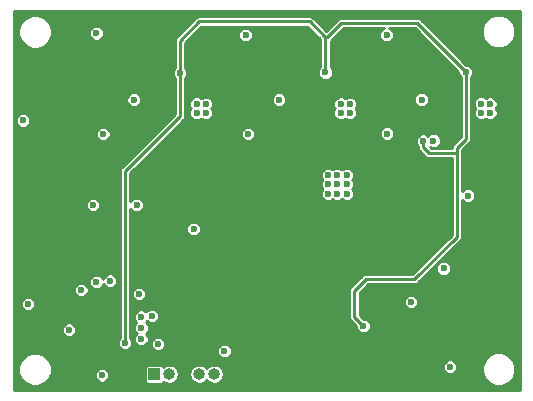
<source format=gbr>
G04 #@! TF.GenerationSoftware,KiCad,Pcbnew,(5.0.1)-4*
G04 #@! TF.CreationDate,2019-03-16T12:44:05-04:00*
G04 #@! TF.ProjectId,Wii reg,576969207265672E6B696361645F7063,rev?*
G04 #@! TF.SameCoordinates,Original*
G04 #@! TF.FileFunction,Copper,L3,Inr,Signal*
G04 #@! TF.FilePolarity,Positive*
%FSLAX46Y46*%
G04 Gerber Fmt 4.6, Leading zero omitted, Abs format (unit mm)*
G04 Created by KiCad (PCBNEW (5.0.1)-4) date 3/16/2019 12:44:05 PM*
%MOMM*%
%LPD*%
G01*
G04 APERTURE LIST*
G04 #@! TA.AperFunction,ViaPad*
%ADD10R,1.000000X1.000000*%
G04 #@! TD*
G04 #@! TA.AperFunction,ViaPad*
%ADD11O,1.000000X1.000000*%
G04 #@! TD*
G04 #@! TA.AperFunction,ViaPad*
%ADD12C,0.600000*%
G04 #@! TD*
G04 #@! TA.AperFunction,Conductor*
%ADD13C,0.250000*%
G04 #@! TD*
G04 #@! TA.AperFunction,Conductor*
%ADD14C,0.230000*%
G04 #@! TD*
G04 APERTURE END LIST*
D10*
G04 #@! TO.N,MCLR*
G04 #@! TO.C,J25*
X200250000Y-115660000D03*
D11*
G04 #@! TO.N,VSYS*
X201520000Y-115660000D03*
G04 #@! TO.N,GND*
X202790000Y-115660000D03*
G04 #@! TO.N,Net-(J25-Pad4)*
X204060000Y-115660000D03*
G04 #@! TO.N,Net-(J25-Pad5)*
X205330000Y-115660000D03*
G04 #@! TD*
D12*
G04 #@! TO.N,GND*
G04 #@! TO.C,U1*
X201030000Y-92160000D03*
X200530000Y-91660000D03*
X201530000Y-91660000D03*
X201530000Y-92660000D03*
X200530000Y-92660000D03*
G04 #@! TD*
G04 #@! TO.N,GND*
G04 #@! TO.C,U2*
X219570000Y-109790000D03*
X220070000Y-110290000D03*
X219070000Y-110290000D03*
X219070000Y-109290000D03*
X220070000Y-109290000D03*
G04 #@! TD*
G04 #@! TO.N,GND*
G04 #@! TO.C,U3*
X223150000Y-99040000D03*
X224650000Y-99040000D03*
X223150000Y-98040000D03*
X224650000Y-98040000D03*
X223900000Y-98540000D03*
G04 #@! TD*
G04 #@! TO.N,GND*
G04 #@! TO.C,U4*
X225290000Y-92150000D03*
X224790000Y-91650000D03*
X225790000Y-91650000D03*
X225790000Y-92650000D03*
X224790000Y-92650000D03*
G04 #@! TD*
G04 #@! TO.N,GND*
G04 #@! TO.C,U5*
X213380000Y-92160000D03*
X212880000Y-91660000D03*
X213880000Y-91660000D03*
X213880000Y-92660000D03*
X212880000Y-92660000D03*
G04 #@! TD*
G04 #@! TO.N,5v*
X223890000Y-95880000D03*
X226810000Y-100530000D03*
G04 #@! TO.N,GND*
X198140000Y-116570000D03*
X216360000Y-87780000D03*
X215550000Y-88580000D03*
X216360000Y-88580000D03*
X215560000Y-87780000D03*
X218230000Y-95720000D03*
X217430000Y-94920000D03*
X218230000Y-94920000D03*
X217430000Y-95720000D03*
X191640000Y-102080000D03*
X191640000Y-101290000D03*
X227700000Y-88390000D03*
X227700000Y-87590000D03*
X227940000Y-97420000D03*
X227940000Y-98220000D03*
X227150000Y-97420000D03*
X227140000Y-98220000D03*
X207020000Y-104730000D03*
X207020000Y-105530000D03*
X204100000Y-88560000D03*
X203300000Y-87770000D03*
X203300000Y-88560000D03*
X204100000Y-87760000D03*
X227250000Y-107080000D03*
X228040000Y-107890000D03*
X228040000Y-106310000D03*
X228040000Y-107100000D03*
X227250000Y-107890000D03*
X227250000Y-106280000D03*
X213360000Y-113680000D03*
X213360000Y-112890000D03*
X212560000Y-113680000D03*
X212560000Y-112890000D03*
X211760000Y-113680000D03*
X211760000Y-112880000D03*
X201600000Y-113140000D03*
X203390000Y-106390000D03*
X203390000Y-107690000D03*
X204690000Y-107690000D03*
X204690000Y-106390000D03*
X195255000Y-110235000D03*
X196605000Y-110235000D03*
X195255000Y-111585000D03*
X196605000Y-111585000D03*
X208210000Y-103920000D03*
X210200000Y-103920000D03*
X212180000Y-103920000D03*
X193430000Y-113570000D03*
X192900000Y-109935000D03*
X199590000Y-102240000D03*
G04 #@! TO.N,1v*
X195350000Y-86790000D03*
X195930000Y-95300000D03*
G04 #@! TO.N,3v3*
X225290000Y-115020000D03*
X224740000Y-106700000D03*
G04 #@! TO.N,VSYS*
X221990000Y-109540000D03*
X216550000Y-98780000D03*
X195830000Y-115750000D03*
X216550000Y-99580000D03*
X215750000Y-98780000D03*
X214950000Y-98780000D03*
X216550000Y-100380000D03*
X215750000Y-99580000D03*
X214950000Y-99580000D03*
X215750000Y-100370000D03*
X227900000Y-93540000D03*
X228700000Y-92750000D03*
X228700000Y-93540000D03*
X227900000Y-92740000D03*
X222880000Y-92400000D03*
X210830000Y-92410000D03*
X198510000Y-92410000D03*
X216030000Y-93550000D03*
X216830000Y-92760000D03*
X216830000Y-93550000D03*
X216030000Y-92750000D03*
X203830000Y-93550000D03*
X204620000Y-92760000D03*
X204620000Y-93550000D03*
X203830000Y-92750000D03*
X200560000Y-113110000D03*
X193025000Y-111885000D03*
X214950000Y-100380000D03*
G04 #@! TO.N,1v8*
X219920000Y-86920000D03*
X219940000Y-95280000D03*
G04 #@! TO.N,1v15*
X207980000Y-86950000D03*
X208170000Y-95320000D03*
G04 #@! TO.N,REGN*
X203580000Y-103360000D03*
X206190000Y-113690000D03*
G04 #@! TO.N,SCL*
X200030000Y-110710000D03*
X198970000Y-108870000D03*
G04 #@! TO.N,Net-(J24-Pad1)*
X189550000Y-109720000D03*
X196490000Y-107740000D03*
G04 #@! TO.N,Net-(J25-Pad4)*
X194070000Y-108540000D03*
G04 #@! TO.N,Net-(J25-Pad5)*
X195350000Y-107830000D03*
G04 #@! TO.N,RED*
X199150000Y-112690000D03*
X189140000Y-94170000D03*
G04 #@! TO.N,GREEN*
X199160000Y-111730000D03*
X195080000Y-101320000D03*
G04 #@! TO.N,BLUE*
X199130000Y-110790000D03*
X198750000Y-101340000D03*
G04 #@! TO.N,EN*
X223000000Y-95890000D03*
X217960000Y-111580000D03*
X226620000Y-90050000D03*
X214740000Y-90110000D03*
X202410000Y-90160000D03*
X197790000Y-112990000D03*
G04 #@! TD*
D13*
G04 #@! TO.N,EN*
X223000000Y-95890000D02*
X223000000Y-96450000D01*
X223500000Y-96950000D02*
X225860000Y-96950000D01*
X223000000Y-96450000D02*
X223500000Y-96950000D01*
X226620000Y-90050000D02*
X226620000Y-95770000D01*
X217190000Y-110810000D02*
X217960000Y-111580000D01*
X217190000Y-108570000D02*
X217190000Y-110810000D01*
X218150000Y-107610000D02*
X217190000Y-108570000D01*
X222260000Y-107610000D02*
X218150000Y-107610000D01*
X225860000Y-104010000D02*
X222260000Y-107610000D01*
X225860000Y-96530000D02*
X225860000Y-96950000D01*
X225860000Y-96950000D02*
X225860000Y-104010000D01*
X226620000Y-95770000D02*
X225860000Y-96530000D01*
X214740000Y-87130000D02*
X214870000Y-87130000D01*
X222480000Y-85910000D02*
X226620000Y-90050000D01*
X216090000Y-85910000D02*
X222480000Y-85910000D01*
X214870000Y-87130000D02*
X216090000Y-85910000D01*
X202410000Y-90160000D02*
X202410000Y-87420000D01*
X214740000Y-87130000D02*
X214740000Y-90110000D01*
X213400000Y-85790000D02*
X214740000Y-87130000D01*
X204040000Y-85790000D02*
X213400000Y-85790000D01*
X202410000Y-87420000D02*
X204040000Y-85790000D01*
X197790000Y-112990000D02*
X197790000Y-98440000D01*
X202410000Y-93820000D02*
X202410000Y-90160000D01*
X197790000Y-98440000D02*
X202410000Y-93820000D01*
G04 #@! TD*
D14*
G04 #@! TO.N,GND*
G36*
X231180000Y-117000000D02*
X188380000Y-117000000D01*
X188380000Y-114958539D01*
X188735000Y-114958539D01*
X188735000Y-115521461D01*
X188950421Y-116041533D01*
X189348467Y-116439579D01*
X189868539Y-116655000D01*
X190431461Y-116655000D01*
X190951533Y-116439579D01*
X191349579Y-116041533D01*
X191521007Y-115627669D01*
X195215000Y-115627669D01*
X195215000Y-115872331D01*
X195308628Y-116098370D01*
X195481630Y-116271372D01*
X195707669Y-116365000D01*
X195952331Y-116365000D01*
X196178370Y-116271372D01*
X196351372Y-116098370D01*
X196445000Y-115872331D01*
X196445000Y-115627669D01*
X196351372Y-115401630D01*
X196178370Y-115228628D01*
X196012687Y-115160000D01*
X199428829Y-115160000D01*
X199428829Y-116160000D01*
X199453277Y-116282907D01*
X199522898Y-116387102D01*
X199627093Y-116456723D01*
X199750000Y-116481171D01*
X200750000Y-116481171D01*
X200872907Y-116456723D01*
X200977102Y-116387102D01*
X201027760Y-116311287D01*
X201202003Y-116427712D01*
X201439734Y-116475000D01*
X201600266Y-116475000D01*
X201837997Y-116427712D01*
X202107582Y-116247582D01*
X202287712Y-115977997D01*
X202350966Y-115660000D01*
X203229034Y-115660000D01*
X203292288Y-115977997D01*
X203472418Y-116247582D01*
X203742003Y-116427712D01*
X203979734Y-116475000D01*
X204140266Y-116475000D01*
X204377997Y-116427712D01*
X204647582Y-116247582D01*
X204695000Y-116176616D01*
X204742418Y-116247582D01*
X205012003Y-116427712D01*
X205249734Y-116475000D01*
X205410266Y-116475000D01*
X205647997Y-116427712D01*
X205917582Y-116247582D01*
X206097712Y-115977997D01*
X206160966Y-115660000D01*
X206097712Y-115342003D01*
X205917582Y-115072418D01*
X205656051Y-114897669D01*
X224675000Y-114897669D01*
X224675000Y-115142331D01*
X224768628Y-115368370D01*
X224941630Y-115541372D01*
X225167669Y-115635000D01*
X225412331Y-115635000D01*
X225638370Y-115541372D01*
X225811372Y-115368370D01*
X225905000Y-115142331D01*
X225905000Y-114938539D01*
X227995000Y-114938539D01*
X227995000Y-115501461D01*
X228210421Y-116021533D01*
X228608467Y-116419579D01*
X229128539Y-116635000D01*
X229691461Y-116635000D01*
X230211533Y-116419579D01*
X230609579Y-116021533D01*
X230825000Y-115501461D01*
X230825000Y-114938539D01*
X230609579Y-114418467D01*
X230211533Y-114020421D01*
X229691461Y-113805000D01*
X229128539Y-113805000D01*
X228608467Y-114020421D01*
X228210421Y-114418467D01*
X227995000Y-114938539D01*
X225905000Y-114938539D01*
X225905000Y-114897669D01*
X225811372Y-114671630D01*
X225638370Y-114498628D01*
X225412331Y-114405000D01*
X225167669Y-114405000D01*
X224941630Y-114498628D01*
X224768628Y-114671630D01*
X224675000Y-114897669D01*
X205656051Y-114897669D01*
X205647997Y-114892288D01*
X205410266Y-114845000D01*
X205249734Y-114845000D01*
X205012003Y-114892288D01*
X204742418Y-115072418D01*
X204695000Y-115143384D01*
X204647582Y-115072418D01*
X204377997Y-114892288D01*
X204140266Y-114845000D01*
X203979734Y-114845000D01*
X203742003Y-114892288D01*
X203472418Y-115072418D01*
X203292288Y-115342003D01*
X203229034Y-115660000D01*
X202350966Y-115660000D01*
X202287712Y-115342003D01*
X202107582Y-115072418D01*
X201837997Y-114892288D01*
X201600266Y-114845000D01*
X201439734Y-114845000D01*
X201202003Y-114892288D01*
X201027760Y-115008713D01*
X200977102Y-114932898D01*
X200872907Y-114863277D01*
X200750000Y-114838829D01*
X199750000Y-114838829D01*
X199627093Y-114863277D01*
X199522898Y-114932898D01*
X199453277Y-115037093D01*
X199428829Y-115160000D01*
X196012687Y-115160000D01*
X195952331Y-115135000D01*
X195707669Y-115135000D01*
X195481630Y-115228628D01*
X195308628Y-115401630D01*
X195215000Y-115627669D01*
X191521007Y-115627669D01*
X191565000Y-115521461D01*
X191565000Y-114958539D01*
X191349579Y-114438467D01*
X190951533Y-114040421D01*
X190431461Y-113825000D01*
X189868539Y-113825000D01*
X189348467Y-114040421D01*
X188950421Y-114438467D01*
X188735000Y-114958539D01*
X188380000Y-114958539D01*
X188380000Y-112867669D01*
X197175000Y-112867669D01*
X197175000Y-113112331D01*
X197268628Y-113338370D01*
X197441630Y-113511372D01*
X197667669Y-113605000D01*
X197912331Y-113605000D01*
X198138370Y-113511372D01*
X198311372Y-113338370D01*
X198405000Y-113112331D01*
X198405000Y-112867669D01*
X198311372Y-112641630D01*
X198230000Y-112560258D01*
X198230000Y-110667669D01*
X198515000Y-110667669D01*
X198515000Y-110912331D01*
X198608628Y-111138370D01*
X198745258Y-111275000D01*
X198638628Y-111381630D01*
X198545000Y-111607669D01*
X198545000Y-111852331D01*
X198638628Y-112078370D01*
X198765258Y-112205000D01*
X198628628Y-112341630D01*
X198535000Y-112567669D01*
X198535000Y-112812331D01*
X198628628Y-113038370D01*
X198801630Y-113211372D01*
X199027669Y-113305000D01*
X199272331Y-113305000D01*
X199498370Y-113211372D01*
X199671372Y-113038370D01*
X199692372Y-112987669D01*
X199945000Y-112987669D01*
X199945000Y-113232331D01*
X200038628Y-113458370D01*
X200211630Y-113631372D01*
X200437669Y-113725000D01*
X200682331Y-113725000D01*
X200908370Y-113631372D01*
X200972073Y-113567669D01*
X205575000Y-113567669D01*
X205575000Y-113812331D01*
X205668628Y-114038370D01*
X205841630Y-114211372D01*
X206067669Y-114305000D01*
X206312331Y-114305000D01*
X206538370Y-114211372D01*
X206711372Y-114038370D01*
X206805000Y-113812331D01*
X206805000Y-113567669D01*
X206711372Y-113341630D01*
X206538370Y-113168628D01*
X206312331Y-113075000D01*
X206067669Y-113075000D01*
X205841630Y-113168628D01*
X205668628Y-113341630D01*
X205575000Y-113567669D01*
X200972073Y-113567669D01*
X201081372Y-113458370D01*
X201175000Y-113232331D01*
X201175000Y-112987669D01*
X201081372Y-112761630D01*
X200908370Y-112588628D01*
X200682331Y-112495000D01*
X200437669Y-112495000D01*
X200211630Y-112588628D01*
X200038628Y-112761630D01*
X199945000Y-112987669D01*
X199692372Y-112987669D01*
X199765000Y-112812331D01*
X199765000Y-112567669D01*
X199671372Y-112341630D01*
X199544742Y-112215000D01*
X199681372Y-112078370D01*
X199775000Y-111852331D01*
X199775000Y-111607669D01*
X199681372Y-111381630D01*
X199544742Y-111245000D01*
X199620000Y-111169742D01*
X199681630Y-111231372D01*
X199907669Y-111325000D01*
X200152331Y-111325000D01*
X200378370Y-111231372D01*
X200551372Y-111058370D01*
X200645000Y-110832331D01*
X200645000Y-110587669D01*
X200551372Y-110361630D01*
X200378370Y-110188628D01*
X200152331Y-110095000D01*
X199907669Y-110095000D01*
X199681630Y-110188628D01*
X199540000Y-110330258D01*
X199478370Y-110268628D01*
X199252331Y-110175000D01*
X199007669Y-110175000D01*
X198781630Y-110268628D01*
X198608628Y-110441630D01*
X198515000Y-110667669D01*
X198230000Y-110667669D01*
X198230000Y-108747669D01*
X198355000Y-108747669D01*
X198355000Y-108992331D01*
X198448628Y-109218370D01*
X198621630Y-109391372D01*
X198847669Y-109485000D01*
X199092331Y-109485000D01*
X199318370Y-109391372D01*
X199491372Y-109218370D01*
X199585000Y-108992331D01*
X199585000Y-108747669D01*
X199491372Y-108521630D01*
X199318370Y-108348628D01*
X199092331Y-108255000D01*
X198847669Y-108255000D01*
X198621630Y-108348628D01*
X198448628Y-108521630D01*
X198355000Y-108747669D01*
X198230000Y-108747669D01*
X198230000Y-103237669D01*
X202965000Y-103237669D01*
X202965000Y-103482331D01*
X203058628Y-103708370D01*
X203231630Y-103881372D01*
X203457669Y-103975000D01*
X203702331Y-103975000D01*
X203928370Y-103881372D01*
X204101372Y-103708370D01*
X204195000Y-103482331D01*
X204195000Y-103237669D01*
X204101372Y-103011630D01*
X203928370Y-102838628D01*
X203702331Y-102745000D01*
X203457669Y-102745000D01*
X203231630Y-102838628D01*
X203058628Y-103011630D01*
X202965000Y-103237669D01*
X198230000Y-103237669D01*
X198230000Y-101689742D01*
X198401630Y-101861372D01*
X198627669Y-101955000D01*
X198872331Y-101955000D01*
X199098370Y-101861372D01*
X199271372Y-101688370D01*
X199365000Y-101462331D01*
X199365000Y-101217669D01*
X199271372Y-100991630D01*
X199098370Y-100818628D01*
X198872331Y-100725000D01*
X198627669Y-100725000D01*
X198401630Y-100818628D01*
X198230000Y-100990258D01*
X198230000Y-98657669D01*
X214335000Y-98657669D01*
X214335000Y-98902331D01*
X214428628Y-99128370D01*
X214480258Y-99180000D01*
X214428628Y-99231630D01*
X214335000Y-99457669D01*
X214335000Y-99702331D01*
X214428628Y-99928370D01*
X214480258Y-99980000D01*
X214428628Y-100031630D01*
X214335000Y-100257669D01*
X214335000Y-100502331D01*
X214428628Y-100728370D01*
X214601630Y-100901372D01*
X214827669Y-100995000D01*
X215072331Y-100995000D01*
X215298370Y-100901372D01*
X215355000Y-100844742D01*
X215401630Y-100891372D01*
X215627669Y-100985000D01*
X215872331Y-100985000D01*
X216098370Y-100891372D01*
X216145000Y-100844742D01*
X216201630Y-100901372D01*
X216427669Y-100995000D01*
X216672331Y-100995000D01*
X216898370Y-100901372D01*
X217071372Y-100728370D01*
X217165000Y-100502331D01*
X217165000Y-100257669D01*
X217071372Y-100031630D01*
X217019742Y-99980000D01*
X217071372Y-99928370D01*
X217165000Y-99702331D01*
X217165000Y-99457669D01*
X217071372Y-99231630D01*
X217019742Y-99180000D01*
X217071372Y-99128370D01*
X217165000Y-98902331D01*
X217165000Y-98657669D01*
X217071372Y-98431630D01*
X216898370Y-98258628D01*
X216672331Y-98165000D01*
X216427669Y-98165000D01*
X216201630Y-98258628D01*
X216150000Y-98310258D01*
X216098370Y-98258628D01*
X215872331Y-98165000D01*
X215627669Y-98165000D01*
X215401630Y-98258628D01*
X215350000Y-98310258D01*
X215298370Y-98258628D01*
X215072331Y-98165000D01*
X214827669Y-98165000D01*
X214601630Y-98258628D01*
X214428628Y-98431630D01*
X214335000Y-98657669D01*
X198230000Y-98657669D01*
X198230000Y-98622253D01*
X201654584Y-95197669D01*
X207555000Y-95197669D01*
X207555000Y-95442331D01*
X207648628Y-95668370D01*
X207821630Y-95841372D01*
X208047669Y-95935000D01*
X208292331Y-95935000D01*
X208518370Y-95841372D01*
X208691372Y-95668370D01*
X208785000Y-95442331D01*
X208785000Y-95197669D01*
X208768432Y-95157669D01*
X219325000Y-95157669D01*
X219325000Y-95402331D01*
X219418628Y-95628370D01*
X219591630Y-95801372D01*
X219817669Y-95895000D01*
X220062331Y-95895000D01*
X220288370Y-95801372D01*
X220461372Y-95628370D01*
X220555000Y-95402331D01*
X220555000Y-95157669D01*
X220461372Y-94931630D01*
X220288370Y-94758628D01*
X220062331Y-94665000D01*
X219817669Y-94665000D01*
X219591630Y-94758628D01*
X219418628Y-94931630D01*
X219325000Y-95157669D01*
X208768432Y-95157669D01*
X208691372Y-94971630D01*
X208518370Y-94798628D01*
X208292331Y-94705000D01*
X208047669Y-94705000D01*
X207821630Y-94798628D01*
X207648628Y-94971630D01*
X207555000Y-95197669D01*
X201654584Y-95197669D01*
X202690486Y-94161768D01*
X202727222Y-94137222D01*
X202777904Y-94061372D01*
X202824470Y-93991680D01*
X202824471Y-93991679D01*
X202850000Y-93863336D01*
X202850000Y-93863331D01*
X202858619Y-93820000D01*
X202850000Y-93776669D01*
X202850000Y-92627669D01*
X203215000Y-92627669D01*
X203215000Y-92872331D01*
X203308628Y-93098370D01*
X203360258Y-93150000D01*
X203308628Y-93201630D01*
X203215000Y-93427669D01*
X203215000Y-93672331D01*
X203308628Y-93898370D01*
X203481630Y-94071372D01*
X203707669Y-94165000D01*
X203952331Y-94165000D01*
X204178370Y-94071372D01*
X204225000Y-94024742D01*
X204271630Y-94071372D01*
X204497669Y-94165000D01*
X204742331Y-94165000D01*
X204968370Y-94071372D01*
X205141372Y-93898370D01*
X205235000Y-93672331D01*
X205235000Y-93427669D01*
X205141372Y-93201630D01*
X205094742Y-93155000D01*
X205141372Y-93108370D01*
X205235000Y-92882331D01*
X205235000Y-92637669D01*
X205141372Y-92411630D01*
X205017411Y-92287669D01*
X210215000Y-92287669D01*
X210215000Y-92532331D01*
X210308628Y-92758370D01*
X210481630Y-92931372D01*
X210707669Y-93025000D01*
X210952331Y-93025000D01*
X211178370Y-92931372D01*
X211351372Y-92758370D01*
X211405509Y-92627669D01*
X215415000Y-92627669D01*
X215415000Y-92872331D01*
X215508628Y-93098370D01*
X215560258Y-93150000D01*
X215508628Y-93201630D01*
X215415000Y-93427669D01*
X215415000Y-93672331D01*
X215508628Y-93898370D01*
X215681630Y-94071372D01*
X215907669Y-94165000D01*
X216152331Y-94165000D01*
X216378370Y-94071372D01*
X216430000Y-94019742D01*
X216481630Y-94071372D01*
X216707669Y-94165000D01*
X216952331Y-94165000D01*
X217178370Y-94071372D01*
X217351372Y-93898370D01*
X217445000Y-93672331D01*
X217445000Y-93427669D01*
X217351372Y-93201630D01*
X217304742Y-93155000D01*
X217351372Y-93108370D01*
X217445000Y-92882331D01*
X217445000Y-92637669D01*
X217351372Y-92411630D01*
X217217411Y-92277669D01*
X222265000Y-92277669D01*
X222265000Y-92522331D01*
X222358628Y-92748370D01*
X222531630Y-92921372D01*
X222757669Y-93015000D01*
X223002331Y-93015000D01*
X223228370Y-92921372D01*
X223401372Y-92748370D01*
X223495000Y-92522331D01*
X223495000Y-92277669D01*
X223401372Y-92051630D01*
X223228370Y-91878628D01*
X223002331Y-91785000D01*
X222757669Y-91785000D01*
X222531630Y-91878628D01*
X222358628Y-92051630D01*
X222265000Y-92277669D01*
X217217411Y-92277669D01*
X217178370Y-92238628D01*
X216952331Y-92145000D01*
X216707669Y-92145000D01*
X216481630Y-92238628D01*
X216435000Y-92285258D01*
X216378370Y-92228628D01*
X216152331Y-92135000D01*
X215907669Y-92135000D01*
X215681630Y-92228628D01*
X215508628Y-92401630D01*
X215415000Y-92627669D01*
X211405509Y-92627669D01*
X211445000Y-92532331D01*
X211445000Y-92287669D01*
X211351372Y-92061630D01*
X211178370Y-91888628D01*
X210952331Y-91795000D01*
X210707669Y-91795000D01*
X210481630Y-91888628D01*
X210308628Y-92061630D01*
X210215000Y-92287669D01*
X205017411Y-92287669D01*
X204968370Y-92238628D01*
X204742331Y-92145000D01*
X204497669Y-92145000D01*
X204271630Y-92238628D01*
X204230000Y-92280258D01*
X204178370Y-92228628D01*
X203952331Y-92135000D01*
X203707669Y-92135000D01*
X203481630Y-92228628D01*
X203308628Y-92401630D01*
X203215000Y-92627669D01*
X202850000Y-92627669D01*
X202850000Y-90589742D01*
X202931372Y-90508370D01*
X203025000Y-90282331D01*
X203025000Y-90037669D01*
X202931372Y-89811630D01*
X202850000Y-89730258D01*
X202850000Y-87602253D01*
X203624584Y-86827669D01*
X207365000Y-86827669D01*
X207365000Y-87072331D01*
X207458628Y-87298370D01*
X207631630Y-87471372D01*
X207857669Y-87565000D01*
X208102331Y-87565000D01*
X208328370Y-87471372D01*
X208501372Y-87298370D01*
X208595000Y-87072331D01*
X208595000Y-86827669D01*
X208501372Y-86601630D01*
X208328370Y-86428628D01*
X208102331Y-86335000D01*
X207857669Y-86335000D01*
X207631630Y-86428628D01*
X207458628Y-86601630D01*
X207365000Y-86827669D01*
X203624584Y-86827669D01*
X204222254Y-86230000D01*
X213217747Y-86230000D01*
X214300000Y-87312254D01*
X214300001Y-89680257D01*
X214218628Y-89761630D01*
X214125000Y-89987669D01*
X214125000Y-90232331D01*
X214218628Y-90458370D01*
X214391630Y-90631372D01*
X214617669Y-90725000D01*
X214862331Y-90725000D01*
X215088370Y-90631372D01*
X215261372Y-90458370D01*
X215355000Y-90232331D01*
X215355000Y-89987669D01*
X215261372Y-89761630D01*
X215180000Y-89680258D01*
X215180000Y-87452048D01*
X215187222Y-87447222D01*
X215211771Y-87410482D01*
X216272254Y-86350000D01*
X219689029Y-86350000D01*
X219571630Y-86398628D01*
X219398628Y-86571630D01*
X219305000Y-86797669D01*
X219305000Y-87042331D01*
X219398628Y-87268370D01*
X219571630Y-87441372D01*
X219797669Y-87535000D01*
X220042331Y-87535000D01*
X220268370Y-87441372D01*
X220441372Y-87268370D01*
X220535000Y-87042331D01*
X220535000Y-86797669D01*
X220441372Y-86571630D01*
X220268370Y-86398628D01*
X220150971Y-86350000D01*
X222297747Y-86350000D01*
X226005000Y-90057254D01*
X226005000Y-90172331D01*
X226098628Y-90398370D01*
X226180000Y-90479742D01*
X226180001Y-95587745D01*
X225579518Y-96188229D01*
X225542778Y-96212778D01*
X225445529Y-96358322D01*
X225420000Y-96486665D01*
X225420000Y-96486669D01*
X225415359Y-96510000D01*
X223682254Y-96510000D01*
X223596250Y-96423996D01*
X223767669Y-96495000D01*
X224012331Y-96495000D01*
X224238370Y-96401372D01*
X224411372Y-96228370D01*
X224505000Y-96002331D01*
X224505000Y-95757669D01*
X224411372Y-95531630D01*
X224238370Y-95358628D01*
X224012331Y-95265000D01*
X223767669Y-95265000D01*
X223541630Y-95358628D01*
X223440000Y-95460258D01*
X223348370Y-95368628D01*
X223122331Y-95275000D01*
X222877669Y-95275000D01*
X222651630Y-95368628D01*
X222478628Y-95541630D01*
X222385000Y-95767669D01*
X222385000Y-96012331D01*
X222478628Y-96238370D01*
X222560001Y-96319743D01*
X222560001Y-96406665D01*
X222551381Y-96450000D01*
X222585530Y-96621679D01*
X222658230Y-96730483D01*
X222658232Y-96730485D01*
X222682779Y-96767222D01*
X222719516Y-96791769D01*
X223158231Y-97230485D01*
X223182778Y-97267222D01*
X223219515Y-97291769D01*
X223219516Y-97291770D01*
X223277842Y-97330742D01*
X223328321Y-97364471D01*
X223456664Y-97390000D01*
X223456669Y-97390000D01*
X223500000Y-97398619D01*
X223543331Y-97390000D01*
X225420000Y-97390000D01*
X225420001Y-103827745D01*
X222077747Y-107170000D01*
X218193330Y-107170000D01*
X218149999Y-107161381D01*
X218106668Y-107170000D01*
X218106664Y-107170000D01*
X217978321Y-107195529D01*
X217978319Y-107195530D01*
X217978320Y-107195530D01*
X217869516Y-107268230D01*
X217869515Y-107268231D01*
X217832778Y-107292778D01*
X217808231Y-107329515D01*
X216909518Y-108228229D01*
X216872778Y-108252778D01*
X216775529Y-108398322D01*
X216750000Y-108526665D01*
X216750000Y-108526669D01*
X216741381Y-108570000D01*
X216750000Y-108613331D01*
X216750001Y-110766664D01*
X216741381Y-110810000D01*
X216775530Y-110981679D01*
X216848230Y-111090483D01*
X216848232Y-111090485D01*
X216872779Y-111127222D01*
X216909516Y-111151769D01*
X217345000Y-111587254D01*
X217345000Y-111702331D01*
X217438628Y-111928370D01*
X217611630Y-112101372D01*
X217837669Y-112195000D01*
X218082331Y-112195000D01*
X218308370Y-112101372D01*
X218481372Y-111928370D01*
X218575000Y-111702331D01*
X218575000Y-111457669D01*
X218481372Y-111231630D01*
X218308370Y-111058628D01*
X218082331Y-110965000D01*
X217967254Y-110965000D01*
X217630000Y-110627747D01*
X217630000Y-109417669D01*
X221375000Y-109417669D01*
X221375000Y-109662331D01*
X221468628Y-109888370D01*
X221641630Y-110061372D01*
X221867669Y-110155000D01*
X222112331Y-110155000D01*
X222338370Y-110061372D01*
X222511372Y-109888370D01*
X222605000Y-109662331D01*
X222605000Y-109417669D01*
X222511372Y-109191630D01*
X222338370Y-109018628D01*
X222112331Y-108925000D01*
X221867669Y-108925000D01*
X221641630Y-109018628D01*
X221468628Y-109191630D01*
X221375000Y-109417669D01*
X217630000Y-109417669D01*
X217630000Y-108752253D01*
X218332254Y-108050000D01*
X222216669Y-108050000D01*
X222260000Y-108058619D01*
X222303331Y-108050000D01*
X222303336Y-108050000D01*
X222431679Y-108024471D01*
X222577222Y-107927222D01*
X222601771Y-107890482D01*
X223914584Y-106577669D01*
X224125000Y-106577669D01*
X224125000Y-106822331D01*
X224218628Y-107048370D01*
X224391630Y-107221372D01*
X224617669Y-107315000D01*
X224862331Y-107315000D01*
X225088370Y-107221372D01*
X225261372Y-107048370D01*
X225355000Y-106822331D01*
X225355000Y-106577669D01*
X225261372Y-106351630D01*
X225088370Y-106178628D01*
X224862331Y-106085000D01*
X224617669Y-106085000D01*
X224391630Y-106178628D01*
X224218628Y-106351630D01*
X224125000Y-106577669D01*
X223914584Y-106577669D01*
X226140485Y-104351769D01*
X226177222Y-104327222D01*
X226274471Y-104181679D01*
X226300000Y-104053336D01*
X226300000Y-104053331D01*
X226308619Y-104010000D01*
X226300000Y-103966669D01*
X226300000Y-100889742D01*
X226461630Y-101051372D01*
X226687669Y-101145000D01*
X226932331Y-101145000D01*
X227158370Y-101051372D01*
X227331372Y-100878370D01*
X227425000Y-100652331D01*
X227425000Y-100407669D01*
X227331372Y-100181630D01*
X227158370Y-100008628D01*
X226932331Y-99915000D01*
X226687669Y-99915000D01*
X226461630Y-100008628D01*
X226300000Y-100170258D01*
X226300000Y-96993336D01*
X226308620Y-96950000D01*
X226300000Y-96906664D01*
X226300000Y-96712253D01*
X226900485Y-96111769D01*
X226937222Y-96087222D01*
X227034471Y-95941679D01*
X227060000Y-95813336D01*
X227060000Y-95813332D01*
X227068619Y-95770001D01*
X227060000Y-95726670D01*
X227060000Y-92617669D01*
X227285000Y-92617669D01*
X227285000Y-92862331D01*
X227378628Y-93088370D01*
X227430258Y-93140000D01*
X227378628Y-93191630D01*
X227285000Y-93417669D01*
X227285000Y-93662331D01*
X227378628Y-93888370D01*
X227551630Y-94061372D01*
X227777669Y-94155000D01*
X228022331Y-94155000D01*
X228248370Y-94061372D01*
X228300000Y-94009742D01*
X228351630Y-94061372D01*
X228577669Y-94155000D01*
X228822331Y-94155000D01*
X229048370Y-94061372D01*
X229221372Y-93888370D01*
X229315000Y-93662331D01*
X229315000Y-93417669D01*
X229221372Y-93191630D01*
X229174742Y-93145000D01*
X229221372Y-93098370D01*
X229315000Y-92872331D01*
X229315000Y-92627669D01*
X229221372Y-92401630D01*
X229048370Y-92228628D01*
X228822331Y-92135000D01*
X228577669Y-92135000D01*
X228351630Y-92228628D01*
X228305000Y-92275258D01*
X228248370Y-92218628D01*
X228022331Y-92125000D01*
X227777669Y-92125000D01*
X227551630Y-92218628D01*
X227378628Y-92391630D01*
X227285000Y-92617669D01*
X227060000Y-92617669D01*
X227060000Y-90479742D01*
X227141372Y-90398370D01*
X227235000Y-90172331D01*
X227235000Y-89927669D01*
X227141372Y-89701630D01*
X226968370Y-89528628D01*
X226742331Y-89435000D01*
X226627254Y-89435000D01*
X223560793Y-86368539D01*
X227985000Y-86368539D01*
X227985000Y-86931461D01*
X228200421Y-87451533D01*
X228598467Y-87849579D01*
X229118539Y-88065000D01*
X229681461Y-88065000D01*
X230201533Y-87849579D01*
X230599579Y-87451533D01*
X230815000Y-86931461D01*
X230815000Y-86368539D01*
X230599579Y-85848467D01*
X230201533Y-85450421D01*
X229681461Y-85235000D01*
X229118539Y-85235000D01*
X228598467Y-85450421D01*
X228200421Y-85848467D01*
X227985000Y-86368539D01*
X223560793Y-86368539D01*
X222821771Y-85629518D01*
X222797222Y-85592778D01*
X222651679Y-85495529D01*
X222523336Y-85470000D01*
X222523331Y-85470000D01*
X222480000Y-85461381D01*
X222436669Y-85470000D01*
X216133331Y-85470000D01*
X216090000Y-85461381D01*
X216046669Y-85470000D01*
X216046664Y-85470000D01*
X215918321Y-85495529D01*
X215918319Y-85495530D01*
X215918320Y-85495530D01*
X215809516Y-85568230D01*
X215809515Y-85568231D01*
X215772778Y-85592778D01*
X215748231Y-85629515D01*
X214805000Y-86572746D01*
X213741771Y-85509518D01*
X213717222Y-85472778D01*
X213571679Y-85375529D01*
X213443336Y-85350000D01*
X213443331Y-85350000D01*
X213400000Y-85341381D01*
X213356669Y-85350000D01*
X204083330Y-85350000D01*
X204039999Y-85341381D01*
X203996668Y-85350000D01*
X203996664Y-85350000D01*
X203868321Y-85375529D01*
X203868319Y-85375530D01*
X203868320Y-85375530D01*
X203759516Y-85448230D01*
X203759515Y-85448231D01*
X203722778Y-85472778D01*
X203698231Y-85509515D01*
X202129516Y-87078231D01*
X202092779Y-87102778D01*
X202068232Y-87139515D01*
X202068230Y-87139517D01*
X201995530Y-87248321D01*
X201961381Y-87420000D01*
X201970001Y-87463336D01*
X201970000Y-89730258D01*
X201888628Y-89811630D01*
X201795000Y-90037669D01*
X201795000Y-90282331D01*
X201888628Y-90508370D01*
X201970001Y-90589743D01*
X201970000Y-93637746D01*
X197509516Y-98098231D01*
X197472779Y-98122778D01*
X197448232Y-98159515D01*
X197448230Y-98159517D01*
X197375530Y-98268321D01*
X197341381Y-98440000D01*
X197350001Y-98483336D01*
X197350000Y-112560258D01*
X197268628Y-112641630D01*
X197175000Y-112867669D01*
X188380000Y-112867669D01*
X188380000Y-111762669D01*
X192410000Y-111762669D01*
X192410000Y-112007331D01*
X192503628Y-112233370D01*
X192676630Y-112406372D01*
X192902669Y-112500000D01*
X193147331Y-112500000D01*
X193373370Y-112406372D01*
X193546372Y-112233370D01*
X193640000Y-112007331D01*
X193640000Y-111762669D01*
X193546372Y-111536630D01*
X193373370Y-111363628D01*
X193147331Y-111270000D01*
X192902669Y-111270000D01*
X192676630Y-111363628D01*
X192503628Y-111536630D01*
X192410000Y-111762669D01*
X188380000Y-111762669D01*
X188380000Y-109597669D01*
X188935000Y-109597669D01*
X188935000Y-109842331D01*
X189028628Y-110068370D01*
X189201630Y-110241372D01*
X189427669Y-110335000D01*
X189672331Y-110335000D01*
X189898370Y-110241372D01*
X190071372Y-110068370D01*
X190165000Y-109842331D01*
X190165000Y-109597669D01*
X190071372Y-109371630D01*
X189898370Y-109198628D01*
X189672331Y-109105000D01*
X189427669Y-109105000D01*
X189201630Y-109198628D01*
X189028628Y-109371630D01*
X188935000Y-109597669D01*
X188380000Y-109597669D01*
X188380000Y-108417669D01*
X193455000Y-108417669D01*
X193455000Y-108662331D01*
X193548628Y-108888370D01*
X193721630Y-109061372D01*
X193947669Y-109155000D01*
X194192331Y-109155000D01*
X194418370Y-109061372D01*
X194591372Y-108888370D01*
X194685000Y-108662331D01*
X194685000Y-108417669D01*
X194591372Y-108191630D01*
X194418370Y-108018628D01*
X194192331Y-107925000D01*
X193947669Y-107925000D01*
X193721630Y-108018628D01*
X193548628Y-108191630D01*
X193455000Y-108417669D01*
X188380000Y-108417669D01*
X188380000Y-107707669D01*
X194735000Y-107707669D01*
X194735000Y-107952331D01*
X194828628Y-108178370D01*
X195001630Y-108351372D01*
X195227669Y-108445000D01*
X195472331Y-108445000D01*
X195698370Y-108351372D01*
X195871372Y-108178370D01*
X195938640Y-108015971D01*
X195968628Y-108088370D01*
X196141630Y-108261372D01*
X196367669Y-108355000D01*
X196612331Y-108355000D01*
X196838370Y-108261372D01*
X197011372Y-108088370D01*
X197105000Y-107862331D01*
X197105000Y-107617669D01*
X197011372Y-107391630D01*
X196838370Y-107218628D01*
X196612331Y-107125000D01*
X196367669Y-107125000D01*
X196141630Y-107218628D01*
X195968628Y-107391630D01*
X195901360Y-107554029D01*
X195871372Y-107481630D01*
X195698370Y-107308628D01*
X195472331Y-107215000D01*
X195227669Y-107215000D01*
X195001630Y-107308628D01*
X194828628Y-107481630D01*
X194735000Y-107707669D01*
X188380000Y-107707669D01*
X188380000Y-101197669D01*
X194465000Y-101197669D01*
X194465000Y-101442331D01*
X194558628Y-101668370D01*
X194731630Y-101841372D01*
X194957669Y-101935000D01*
X195202331Y-101935000D01*
X195428370Y-101841372D01*
X195601372Y-101668370D01*
X195695000Y-101442331D01*
X195695000Y-101197669D01*
X195601372Y-100971630D01*
X195428370Y-100798628D01*
X195202331Y-100705000D01*
X194957669Y-100705000D01*
X194731630Y-100798628D01*
X194558628Y-100971630D01*
X194465000Y-101197669D01*
X188380000Y-101197669D01*
X188380000Y-95177669D01*
X195315000Y-95177669D01*
X195315000Y-95422331D01*
X195408628Y-95648370D01*
X195581630Y-95821372D01*
X195807669Y-95915000D01*
X196052331Y-95915000D01*
X196278370Y-95821372D01*
X196451372Y-95648370D01*
X196545000Y-95422331D01*
X196545000Y-95177669D01*
X196451372Y-94951630D01*
X196278370Y-94778628D01*
X196052331Y-94685000D01*
X195807669Y-94685000D01*
X195581630Y-94778628D01*
X195408628Y-94951630D01*
X195315000Y-95177669D01*
X188380000Y-95177669D01*
X188380000Y-94047669D01*
X188525000Y-94047669D01*
X188525000Y-94292331D01*
X188618628Y-94518370D01*
X188791630Y-94691372D01*
X189017669Y-94785000D01*
X189262331Y-94785000D01*
X189488370Y-94691372D01*
X189661372Y-94518370D01*
X189755000Y-94292331D01*
X189755000Y-94047669D01*
X189661372Y-93821630D01*
X189488370Y-93648628D01*
X189262331Y-93555000D01*
X189017669Y-93555000D01*
X188791630Y-93648628D01*
X188618628Y-93821630D01*
X188525000Y-94047669D01*
X188380000Y-94047669D01*
X188380000Y-92287669D01*
X197895000Y-92287669D01*
X197895000Y-92532331D01*
X197988628Y-92758370D01*
X198161630Y-92931372D01*
X198387669Y-93025000D01*
X198632331Y-93025000D01*
X198858370Y-92931372D01*
X199031372Y-92758370D01*
X199125000Y-92532331D01*
X199125000Y-92287669D01*
X199031372Y-92061630D01*
X198858370Y-91888628D01*
X198632331Y-91795000D01*
X198387669Y-91795000D01*
X198161630Y-91888628D01*
X197988628Y-92061630D01*
X197895000Y-92287669D01*
X188380000Y-92287669D01*
X188380000Y-86388539D01*
X188745000Y-86388539D01*
X188745000Y-86951461D01*
X188960421Y-87471533D01*
X189358467Y-87869579D01*
X189878539Y-88085000D01*
X190441461Y-88085000D01*
X190961533Y-87869579D01*
X191359579Y-87471533D01*
X191575000Y-86951461D01*
X191575000Y-86667669D01*
X194735000Y-86667669D01*
X194735000Y-86912331D01*
X194828628Y-87138370D01*
X195001630Y-87311372D01*
X195227669Y-87405000D01*
X195472331Y-87405000D01*
X195698370Y-87311372D01*
X195871372Y-87138370D01*
X195965000Y-86912331D01*
X195965000Y-86667669D01*
X195871372Y-86441630D01*
X195698370Y-86268628D01*
X195472331Y-86175000D01*
X195227669Y-86175000D01*
X195001630Y-86268628D01*
X194828628Y-86441630D01*
X194735000Y-86667669D01*
X191575000Y-86667669D01*
X191575000Y-86388539D01*
X191359579Y-85868467D01*
X190961533Y-85470421D01*
X190441461Y-85255000D01*
X189878539Y-85255000D01*
X189358467Y-85470421D01*
X188960421Y-85868467D01*
X188745000Y-86388539D01*
X188380000Y-86388539D01*
X188380000Y-84880000D01*
X231180001Y-84880000D01*
X231180000Y-117000000D01*
X231180000Y-117000000D01*
G37*
X231180000Y-117000000D02*
X188380000Y-117000000D01*
X188380000Y-114958539D01*
X188735000Y-114958539D01*
X188735000Y-115521461D01*
X188950421Y-116041533D01*
X189348467Y-116439579D01*
X189868539Y-116655000D01*
X190431461Y-116655000D01*
X190951533Y-116439579D01*
X191349579Y-116041533D01*
X191521007Y-115627669D01*
X195215000Y-115627669D01*
X195215000Y-115872331D01*
X195308628Y-116098370D01*
X195481630Y-116271372D01*
X195707669Y-116365000D01*
X195952331Y-116365000D01*
X196178370Y-116271372D01*
X196351372Y-116098370D01*
X196445000Y-115872331D01*
X196445000Y-115627669D01*
X196351372Y-115401630D01*
X196178370Y-115228628D01*
X196012687Y-115160000D01*
X199428829Y-115160000D01*
X199428829Y-116160000D01*
X199453277Y-116282907D01*
X199522898Y-116387102D01*
X199627093Y-116456723D01*
X199750000Y-116481171D01*
X200750000Y-116481171D01*
X200872907Y-116456723D01*
X200977102Y-116387102D01*
X201027760Y-116311287D01*
X201202003Y-116427712D01*
X201439734Y-116475000D01*
X201600266Y-116475000D01*
X201837997Y-116427712D01*
X202107582Y-116247582D01*
X202287712Y-115977997D01*
X202350966Y-115660000D01*
X203229034Y-115660000D01*
X203292288Y-115977997D01*
X203472418Y-116247582D01*
X203742003Y-116427712D01*
X203979734Y-116475000D01*
X204140266Y-116475000D01*
X204377997Y-116427712D01*
X204647582Y-116247582D01*
X204695000Y-116176616D01*
X204742418Y-116247582D01*
X205012003Y-116427712D01*
X205249734Y-116475000D01*
X205410266Y-116475000D01*
X205647997Y-116427712D01*
X205917582Y-116247582D01*
X206097712Y-115977997D01*
X206160966Y-115660000D01*
X206097712Y-115342003D01*
X205917582Y-115072418D01*
X205656051Y-114897669D01*
X224675000Y-114897669D01*
X224675000Y-115142331D01*
X224768628Y-115368370D01*
X224941630Y-115541372D01*
X225167669Y-115635000D01*
X225412331Y-115635000D01*
X225638370Y-115541372D01*
X225811372Y-115368370D01*
X225905000Y-115142331D01*
X225905000Y-114938539D01*
X227995000Y-114938539D01*
X227995000Y-115501461D01*
X228210421Y-116021533D01*
X228608467Y-116419579D01*
X229128539Y-116635000D01*
X229691461Y-116635000D01*
X230211533Y-116419579D01*
X230609579Y-116021533D01*
X230825000Y-115501461D01*
X230825000Y-114938539D01*
X230609579Y-114418467D01*
X230211533Y-114020421D01*
X229691461Y-113805000D01*
X229128539Y-113805000D01*
X228608467Y-114020421D01*
X228210421Y-114418467D01*
X227995000Y-114938539D01*
X225905000Y-114938539D01*
X225905000Y-114897669D01*
X225811372Y-114671630D01*
X225638370Y-114498628D01*
X225412331Y-114405000D01*
X225167669Y-114405000D01*
X224941630Y-114498628D01*
X224768628Y-114671630D01*
X224675000Y-114897669D01*
X205656051Y-114897669D01*
X205647997Y-114892288D01*
X205410266Y-114845000D01*
X205249734Y-114845000D01*
X205012003Y-114892288D01*
X204742418Y-115072418D01*
X204695000Y-115143384D01*
X204647582Y-115072418D01*
X204377997Y-114892288D01*
X204140266Y-114845000D01*
X203979734Y-114845000D01*
X203742003Y-114892288D01*
X203472418Y-115072418D01*
X203292288Y-115342003D01*
X203229034Y-115660000D01*
X202350966Y-115660000D01*
X202287712Y-115342003D01*
X202107582Y-115072418D01*
X201837997Y-114892288D01*
X201600266Y-114845000D01*
X201439734Y-114845000D01*
X201202003Y-114892288D01*
X201027760Y-115008713D01*
X200977102Y-114932898D01*
X200872907Y-114863277D01*
X200750000Y-114838829D01*
X199750000Y-114838829D01*
X199627093Y-114863277D01*
X199522898Y-114932898D01*
X199453277Y-115037093D01*
X199428829Y-115160000D01*
X196012687Y-115160000D01*
X195952331Y-115135000D01*
X195707669Y-115135000D01*
X195481630Y-115228628D01*
X195308628Y-115401630D01*
X195215000Y-115627669D01*
X191521007Y-115627669D01*
X191565000Y-115521461D01*
X191565000Y-114958539D01*
X191349579Y-114438467D01*
X190951533Y-114040421D01*
X190431461Y-113825000D01*
X189868539Y-113825000D01*
X189348467Y-114040421D01*
X188950421Y-114438467D01*
X188735000Y-114958539D01*
X188380000Y-114958539D01*
X188380000Y-112867669D01*
X197175000Y-112867669D01*
X197175000Y-113112331D01*
X197268628Y-113338370D01*
X197441630Y-113511372D01*
X197667669Y-113605000D01*
X197912331Y-113605000D01*
X198138370Y-113511372D01*
X198311372Y-113338370D01*
X198405000Y-113112331D01*
X198405000Y-112867669D01*
X198311372Y-112641630D01*
X198230000Y-112560258D01*
X198230000Y-110667669D01*
X198515000Y-110667669D01*
X198515000Y-110912331D01*
X198608628Y-111138370D01*
X198745258Y-111275000D01*
X198638628Y-111381630D01*
X198545000Y-111607669D01*
X198545000Y-111852331D01*
X198638628Y-112078370D01*
X198765258Y-112205000D01*
X198628628Y-112341630D01*
X198535000Y-112567669D01*
X198535000Y-112812331D01*
X198628628Y-113038370D01*
X198801630Y-113211372D01*
X199027669Y-113305000D01*
X199272331Y-113305000D01*
X199498370Y-113211372D01*
X199671372Y-113038370D01*
X199692372Y-112987669D01*
X199945000Y-112987669D01*
X199945000Y-113232331D01*
X200038628Y-113458370D01*
X200211630Y-113631372D01*
X200437669Y-113725000D01*
X200682331Y-113725000D01*
X200908370Y-113631372D01*
X200972073Y-113567669D01*
X205575000Y-113567669D01*
X205575000Y-113812331D01*
X205668628Y-114038370D01*
X205841630Y-114211372D01*
X206067669Y-114305000D01*
X206312331Y-114305000D01*
X206538370Y-114211372D01*
X206711372Y-114038370D01*
X206805000Y-113812331D01*
X206805000Y-113567669D01*
X206711372Y-113341630D01*
X206538370Y-113168628D01*
X206312331Y-113075000D01*
X206067669Y-113075000D01*
X205841630Y-113168628D01*
X205668628Y-113341630D01*
X205575000Y-113567669D01*
X200972073Y-113567669D01*
X201081372Y-113458370D01*
X201175000Y-113232331D01*
X201175000Y-112987669D01*
X201081372Y-112761630D01*
X200908370Y-112588628D01*
X200682331Y-112495000D01*
X200437669Y-112495000D01*
X200211630Y-112588628D01*
X200038628Y-112761630D01*
X199945000Y-112987669D01*
X199692372Y-112987669D01*
X199765000Y-112812331D01*
X199765000Y-112567669D01*
X199671372Y-112341630D01*
X199544742Y-112215000D01*
X199681372Y-112078370D01*
X199775000Y-111852331D01*
X199775000Y-111607669D01*
X199681372Y-111381630D01*
X199544742Y-111245000D01*
X199620000Y-111169742D01*
X199681630Y-111231372D01*
X199907669Y-111325000D01*
X200152331Y-111325000D01*
X200378370Y-111231372D01*
X200551372Y-111058370D01*
X200645000Y-110832331D01*
X200645000Y-110587669D01*
X200551372Y-110361630D01*
X200378370Y-110188628D01*
X200152331Y-110095000D01*
X199907669Y-110095000D01*
X199681630Y-110188628D01*
X199540000Y-110330258D01*
X199478370Y-110268628D01*
X199252331Y-110175000D01*
X199007669Y-110175000D01*
X198781630Y-110268628D01*
X198608628Y-110441630D01*
X198515000Y-110667669D01*
X198230000Y-110667669D01*
X198230000Y-108747669D01*
X198355000Y-108747669D01*
X198355000Y-108992331D01*
X198448628Y-109218370D01*
X198621630Y-109391372D01*
X198847669Y-109485000D01*
X199092331Y-109485000D01*
X199318370Y-109391372D01*
X199491372Y-109218370D01*
X199585000Y-108992331D01*
X199585000Y-108747669D01*
X199491372Y-108521630D01*
X199318370Y-108348628D01*
X199092331Y-108255000D01*
X198847669Y-108255000D01*
X198621630Y-108348628D01*
X198448628Y-108521630D01*
X198355000Y-108747669D01*
X198230000Y-108747669D01*
X198230000Y-103237669D01*
X202965000Y-103237669D01*
X202965000Y-103482331D01*
X203058628Y-103708370D01*
X203231630Y-103881372D01*
X203457669Y-103975000D01*
X203702331Y-103975000D01*
X203928370Y-103881372D01*
X204101372Y-103708370D01*
X204195000Y-103482331D01*
X204195000Y-103237669D01*
X204101372Y-103011630D01*
X203928370Y-102838628D01*
X203702331Y-102745000D01*
X203457669Y-102745000D01*
X203231630Y-102838628D01*
X203058628Y-103011630D01*
X202965000Y-103237669D01*
X198230000Y-103237669D01*
X198230000Y-101689742D01*
X198401630Y-101861372D01*
X198627669Y-101955000D01*
X198872331Y-101955000D01*
X199098370Y-101861372D01*
X199271372Y-101688370D01*
X199365000Y-101462331D01*
X199365000Y-101217669D01*
X199271372Y-100991630D01*
X199098370Y-100818628D01*
X198872331Y-100725000D01*
X198627669Y-100725000D01*
X198401630Y-100818628D01*
X198230000Y-100990258D01*
X198230000Y-98657669D01*
X214335000Y-98657669D01*
X214335000Y-98902331D01*
X214428628Y-99128370D01*
X214480258Y-99180000D01*
X214428628Y-99231630D01*
X214335000Y-99457669D01*
X214335000Y-99702331D01*
X214428628Y-99928370D01*
X214480258Y-99980000D01*
X214428628Y-100031630D01*
X214335000Y-100257669D01*
X214335000Y-100502331D01*
X214428628Y-100728370D01*
X214601630Y-100901372D01*
X214827669Y-100995000D01*
X215072331Y-100995000D01*
X215298370Y-100901372D01*
X215355000Y-100844742D01*
X215401630Y-100891372D01*
X215627669Y-100985000D01*
X215872331Y-100985000D01*
X216098370Y-100891372D01*
X216145000Y-100844742D01*
X216201630Y-100901372D01*
X216427669Y-100995000D01*
X216672331Y-100995000D01*
X216898370Y-100901372D01*
X217071372Y-100728370D01*
X217165000Y-100502331D01*
X217165000Y-100257669D01*
X217071372Y-100031630D01*
X217019742Y-99980000D01*
X217071372Y-99928370D01*
X217165000Y-99702331D01*
X217165000Y-99457669D01*
X217071372Y-99231630D01*
X217019742Y-99180000D01*
X217071372Y-99128370D01*
X217165000Y-98902331D01*
X217165000Y-98657669D01*
X217071372Y-98431630D01*
X216898370Y-98258628D01*
X216672331Y-98165000D01*
X216427669Y-98165000D01*
X216201630Y-98258628D01*
X216150000Y-98310258D01*
X216098370Y-98258628D01*
X215872331Y-98165000D01*
X215627669Y-98165000D01*
X215401630Y-98258628D01*
X215350000Y-98310258D01*
X215298370Y-98258628D01*
X215072331Y-98165000D01*
X214827669Y-98165000D01*
X214601630Y-98258628D01*
X214428628Y-98431630D01*
X214335000Y-98657669D01*
X198230000Y-98657669D01*
X198230000Y-98622253D01*
X201654584Y-95197669D01*
X207555000Y-95197669D01*
X207555000Y-95442331D01*
X207648628Y-95668370D01*
X207821630Y-95841372D01*
X208047669Y-95935000D01*
X208292331Y-95935000D01*
X208518370Y-95841372D01*
X208691372Y-95668370D01*
X208785000Y-95442331D01*
X208785000Y-95197669D01*
X208768432Y-95157669D01*
X219325000Y-95157669D01*
X219325000Y-95402331D01*
X219418628Y-95628370D01*
X219591630Y-95801372D01*
X219817669Y-95895000D01*
X220062331Y-95895000D01*
X220288370Y-95801372D01*
X220461372Y-95628370D01*
X220555000Y-95402331D01*
X220555000Y-95157669D01*
X220461372Y-94931630D01*
X220288370Y-94758628D01*
X220062331Y-94665000D01*
X219817669Y-94665000D01*
X219591630Y-94758628D01*
X219418628Y-94931630D01*
X219325000Y-95157669D01*
X208768432Y-95157669D01*
X208691372Y-94971630D01*
X208518370Y-94798628D01*
X208292331Y-94705000D01*
X208047669Y-94705000D01*
X207821630Y-94798628D01*
X207648628Y-94971630D01*
X207555000Y-95197669D01*
X201654584Y-95197669D01*
X202690486Y-94161768D01*
X202727222Y-94137222D01*
X202777904Y-94061372D01*
X202824470Y-93991680D01*
X202824471Y-93991679D01*
X202850000Y-93863336D01*
X202850000Y-93863331D01*
X202858619Y-93820000D01*
X202850000Y-93776669D01*
X202850000Y-92627669D01*
X203215000Y-92627669D01*
X203215000Y-92872331D01*
X203308628Y-93098370D01*
X203360258Y-93150000D01*
X203308628Y-93201630D01*
X203215000Y-93427669D01*
X203215000Y-93672331D01*
X203308628Y-93898370D01*
X203481630Y-94071372D01*
X203707669Y-94165000D01*
X203952331Y-94165000D01*
X204178370Y-94071372D01*
X204225000Y-94024742D01*
X204271630Y-94071372D01*
X204497669Y-94165000D01*
X204742331Y-94165000D01*
X204968370Y-94071372D01*
X205141372Y-93898370D01*
X205235000Y-93672331D01*
X205235000Y-93427669D01*
X205141372Y-93201630D01*
X205094742Y-93155000D01*
X205141372Y-93108370D01*
X205235000Y-92882331D01*
X205235000Y-92637669D01*
X205141372Y-92411630D01*
X205017411Y-92287669D01*
X210215000Y-92287669D01*
X210215000Y-92532331D01*
X210308628Y-92758370D01*
X210481630Y-92931372D01*
X210707669Y-93025000D01*
X210952331Y-93025000D01*
X211178370Y-92931372D01*
X211351372Y-92758370D01*
X211405509Y-92627669D01*
X215415000Y-92627669D01*
X215415000Y-92872331D01*
X215508628Y-93098370D01*
X215560258Y-93150000D01*
X215508628Y-93201630D01*
X215415000Y-93427669D01*
X215415000Y-93672331D01*
X215508628Y-93898370D01*
X215681630Y-94071372D01*
X215907669Y-94165000D01*
X216152331Y-94165000D01*
X216378370Y-94071372D01*
X216430000Y-94019742D01*
X216481630Y-94071372D01*
X216707669Y-94165000D01*
X216952331Y-94165000D01*
X217178370Y-94071372D01*
X217351372Y-93898370D01*
X217445000Y-93672331D01*
X217445000Y-93427669D01*
X217351372Y-93201630D01*
X217304742Y-93155000D01*
X217351372Y-93108370D01*
X217445000Y-92882331D01*
X217445000Y-92637669D01*
X217351372Y-92411630D01*
X217217411Y-92277669D01*
X222265000Y-92277669D01*
X222265000Y-92522331D01*
X222358628Y-92748370D01*
X222531630Y-92921372D01*
X222757669Y-93015000D01*
X223002331Y-93015000D01*
X223228370Y-92921372D01*
X223401372Y-92748370D01*
X223495000Y-92522331D01*
X223495000Y-92277669D01*
X223401372Y-92051630D01*
X223228370Y-91878628D01*
X223002331Y-91785000D01*
X222757669Y-91785000D01*
X222531630Y-91878628D01*
X222358628Y-92051630D01*
X222265000Y-92277669D01*
X217217411Y-92277669D01*
X217178370Y-92238628D01*
X216952331Y-92145000D01*
X216707669Y-92145000D01*
X216481630Y-92238628D01*
X216435000Y-92285258D01*
X216378370Y-92228628D01*
X216152331Y-92135000D01*
X215907669Y-92135000D01*
X215681630Y-92228628D01*
X215508628Y-92401630D01*
X215415000Y-92627669D01*
X211405509Y-92627669D01*
X211445000Y-92532331D01*
X211445000Y-92287669D01*
X211351372Y-92061630D01*
X211178370Y-91888628D01*
X210952331Y-91795000D01*
X210707669Y-91795000D01*
X210481630Y-91888628D01*
X210308628Y-92061630D01*
X210215000Y-92287669D01*
X205017411Y-92287669D01*
X204968370Y-92238628D01*
X204742331Y-92145000D01*
X204497669Y-92145000D01*
X204271630Y-92238628D01*
X204230000Y-92280258D01*
X204178370Y-92228628D01*
X203952331Y-92135000D01*
X203707669Y-92135000D01*
X203481630Y-92228628D01*
X203308628Y-92401630D01*
X203215000Y-92627669D01*
X202850000Y-92627669D01*
X202850000Y-90589742D01*
X202931372Y-90508370D01*
X203025000Y-90282331D01*
X203025000Y-90037669D01*
X202931372Y-89811630D01*
X202850000Y-89730258D01*
X202850000Y-87602253D01*
X203624584Y-86827669D01*
X207365000Y-86827669D01*
X207365000Y-87072331D01*
X207458628Y-87298370D01*
X207631630Y-87471372D01*
X207857669Y-87565000D01*
X208102331Y-87565000D01*
X208328370Y-87471372D01*
X208501372Y-87298370D01*
X208595000Y-87072331D01*
X208595000Y-86827669D01*
X208501372Y-86601630D01*
X208328370Y-86428628D01*
X208102331Y-86335000D01*
X207857669Y-86335000D01*
X207631630Y-86428628D01*
X207458628Y-86601630D01*
X207365000Y-86827669D01*
X203624584Y-86827669D01*
X204222254Y-86230000D01*
X213217747Y-86230000D01*
X214300000Y-87312254D01*
X214300001Y-89680257D01*
X214218628Y-89761630D01*
X214125000Y-89987669D01*
X214125000Y-90232331D01*
X214218628Y-90458370D01*
X214391630Y-90631372D01*
X214617669Y-90725000D01*
X214862331Y-90725000D01*
X215088370Y-90631372D01*
X215261372Y-90458370D01*
X215355000Y-90232331D01*
X215355000Y-89987669D01*
X215261372Y-89761630D01*
X215180000Y-89680258D01*
X215180000Y-87452048D01*
X215187222Y-87447222D01*
X215211771Y-87410482D01*
X216272254Y-86350000D01*
X219689029Y-86350000D01*
X219571630Y-86398628D01*
X219398628Y-86571630D01*
X219305000Y-86797669D01*
X219305000Y-87042331D01*
X219398628Y-87268370D01*
X219571630Y-87441372D01*
X219797669Y-87535000D01*
X220042331Y-87535000D01*
X220268370Y-87441372D01*
X220441372Y-87268370D01*
X220535000Y-87042331D01*
X220535000Y-86797669D01*
X220441372Y-86571630D01*
X220268370Y-86398628D01*
X220150971Y-86350000D01*
X222297747Y-86350000D01*
X226005000Y-90057254D01*
X226005000Y-90172331D01*
X226098628Y-90398370D01*
X226180000Y-90479742D01*
X226180001Y-95587745D01*
X225579518Y-96188229D01*
X225542778Y-96212778D01*
X225445529Y-96358322D01*
X225420000Y-96486665D01*
X225420000Y-96486669D01*
X225415359Y-96510000D01*
X223682254Y-96510000D01*
X223596250Y-96423996D01*
X223767669Y-96495000D01*
X224012331Y-96495000D01*
X224238370Y-96401372D01*
X224411372Y-96228370D01*
X224505000Y-96002331D01*
X224505000Y-95757669D01*
X224411372Y-95531630D01*
X224238370Y-95358628D01*
X224012331Y-95265000D01*
X223767669Y-95265000D01*
X223541630Y-95358628D01*
X223440000Y-95460258D01*
X223348370Y-95368628D01*
X223122331Y-95275000D01*
X222877669Y-95275000D01*
X222651630Y-95368628D01*
X222478628Y-95541630D01*
X222385000Y-95767669D01*
X222385000Y-96012331D01*
X222478628Y-96238370D01*
X222560001Y-96319743D01*
X222560001Y-96406665D01*
X222551381Y-96450000D01*
X222585530Y-96621679D01*
X222658230Y-96730483D01*
X222658232Y-96730485D01*
X222682779Y-96767222D01*
X222719516Y-96791769D01*
X223158231Y-97230485D01*
X223182778Y-97267222D01*
X223219515Y-97291769D01*
X223219516Y-97291770D01*
X223277842Y-97330742D01*
X223328321Y-97364471D01*
X223456664Y-97390000D01*
X223456669Y-97390000D01*
X223500000Y-97398619D01*
X223543331Y-97390000D01*
X225420000Y-97390000D01*
X225420001Y-103827745D01*
X222077747Y-107170000D01*
X218193330Y-107170000D01*
X218149999Y-107161381D01*
X218106668Y-107170000D01*
X218106664Y-107170000D01*
X217978321Y-107195529D01*
X217978319Y-107195530D01*
X217978320Y-107195530D01*
X217869516Y-107268230D01*
X217869515Y-107268231D01*
X217832778Y-107292778D01*
X217808231Y-107329515D01*
X216909518Y-108228229D01*
X216872778Y-108252778D01*
X216775529Y-108398322D01*
X216750000Y-108526665D01*
X216750000Y-108526669D01*
X216741381Y-108570000D01*
X216750000Y-108613331D01*
X216750001Y-110766664D01*
X216741381Y-110810000D01*
X216775530Y-110981679D01*
X216848230Y-111090483D01*
X216848232Y-111090485D01*
X216872779Y-111127222D01*
X216909516Y-111151769D01*
X217345000Y-111587254D01*
X217345000Y-111702331D01*
X217438628Y-111928370D01*
X217611630Y-112101372D01*
X217837669Y-112195000D01*
X218082331Y-112195000D01*
X218308370Y-112101372D01*
X218481372Y-111928370D01*
X218575000Y-111702331D01*
X218575000Y-111457669D01*
X218481372Y-111231630D01*
X218308370Y-111058628D01*
X218082331Y-110965000D01*
X217967254Y-110965000D01*
X217630000Y-110627747D01*
X217630000Y-109417669D01*
X221375000Y-109417669D01*
X221375000Y-109662331D01*
X221468628Y-109888370D01*
X221641630Y-110061372D01*
X221867669Y-110155000D01*
X222112331Y-110155000D01*
X222338370Y-110061372D01*
X222511372Y-109888370D01*
X222605000Y-109662331D01*
X222605000Y-109417669D01*
X222511372Y-109191630D01*
X222338370Y-109018628D01*
X222112331Y-108925000D01*
X221867669Y-108925000D01*
X221641630Y-109018628D01*
X221468628Y-109191630D01*
X221375000Y-109417669D01*
X217630000Y-109417669D01*
X217630000Y-108752253D01*
X218332254Y-108050000D01*
X222216669Y-108050000D01*
X222260000Y-108058619D01*
X222303331Y-108050000D01*
X222303336Y-108050000D01*
X222431679Y-108024471D01*
X222577222Y-107927222D01*
X222601771Y-107890482D01*
X223914584Y-106577669D01*
X224125000Y-106577669D01*
X224125000Y-106822331D01*
X224218628Y-107048370D01*
X224391630Y-107221372D01*
X224617669Y-107315000D01*
X224862331Y-107315000D01*
X225088370Y-107221372D01*
X225261372Y-107048370D01*
X225355000Y-106822331D01*
X225355000Y-106577669D01*
X225261372Y-106351630D01*
X225088370Y-106178628D01*
X224862331Y-106085000D01*
X224617669Y-106085000D01*
X224391630Y-106178628D01*
X224218628Y-106351630D01*
X224125000Y-106577669D01*
X223914584Y-106577669D01*
X226140485Y-104351769D01*
X226177222Y-104327222D01*
X226274471Y-104181679D01*
X226300000Y-104053336D01*
X226300000Y-104053331D01*
X226308619Y-104010000D01*
X226300000Y-103966669D01*
X226300000Y-100889742D01*
X226461630Y-101051372D01*
X226687669Y-101145000D01*
X226932331Y-101145000D01*
X227158370Y-101051372D01*
X227331372Y-100878370D01*
X227425000Y-100652331D01*
X227425000Y-100407669D01*
X227331372Y-100181630D01*
X227158370Y-100008628D01*
X226932331Y-99915000D01*
X226687669Y-99915000D01*
X226461630Y-100008628D01*
X226300000Y-100170258D01*
X226300000Y-96993336D01*
X226308620Y-96950000D01*
X226300000Y-96906664D01*
X226300000Y-96712253D01*
X226900485Y-96111769D01*
X226937222Y-96087222D01*
X227034471Y-95941679D01*
X227060000Y-95813336D01*
X227060000Y-95813332D01*
X227068619Y-95770001D01*
X227060000Y-95726670D01*
X227060000Y-92617669D01*
X227285000Y-92617669D01*
X227285000Y-92862331D01*
X227378628Y-93088370D01*
X227430258Y-93140000D01*
X227378628Y-93191630D01*
X227285000Y-93417669D01*
X227285000Y-93662331D01*
X227378628Y-93888370D01*
X227551630Y-94061372D01*
X227777669Y-94155000D01*
X228022331Y-94155000D01*
X228248370Y-94061372D01*
X228300000Y-94009742D01*
X228351630Y-94061372D01*
X228577669Y-94155000D01*
X228822331Y-94155000D01*
X229048370Y-94061372D01*
X229221372Y-93888370D01*
X229315000Y-93662331D01*
X229315000Y-93417669D01*
X229221372Y-93191630D01*
X229174742Y-93145000D01*
X229221372Y-93098370D01*
X229315000Y-92872331D01*
X229315000Y-92627669D01*
X229221372Y-92401630D01*
X229048370Y-92228628D01*
X228822331Y-92135000D01*
X228577669Y-92135000D01*
X228351630Y-92228628D01*
X228305000Y-92275258D01*
X228248370Y-92218628D01*
X228022331Y-92125000D01*
X227777669Y-92125000D01*
X227551630Y-92218628D01*
X227378628Y-92391630D01*
X227285000Y-92617669D01*
X227060000Y-92617669D01*
X227060000Y-90479742D01*
X227141372Y-90398370D01*
X227235000Y-90172331D01*
X227235000Y-89927669D01*
X227141372Y-89701630D01*
X226968370Y-89528628D01*
X226742331Y-89435000D01*
X226627254Y-89435000D01*
X223560793Y-86368539D01*
X227985000Y-86368539D01*
X227985000Y-86931461D01*
X228200421Y-87451533D01*
X228598467Y-87849579D01*
X229118539Y-88065000D01*
X229681461Y-88065000D01*
X230201533Y-87849579D01*
X230599579Y-87451533D01*
X230815000Y-86931461D01*
X230815000Y-86368539D01*
X230599579Y-85848467D01*
X230201533Y-85450421D01*
X229681461Y-85235000D01*
X229118539Y-85235000D01*
X228598467Y-85450421D01*
X228200421Y-85848467D01*
X227985000Y-86368539D01*
X223560793Y-86368539D01*
X222821771Y-85629518D01*
X222797222Y-85592778D01*
X222651679Y-85495529D01*
X222523336Y-85470000D01*
X222523331Y-85470000D01*
X222480000Y-85461381D01*
X222436669Y-85470000D01*
X216133331Y-85470000D01*
X216090000Y-85461381D01*
X216046669Y-85470000D01*
X216046664Y-85470000D01*
X215918321Y-85495529D01*
X215918319Y-85495530D01*
X215918320Y-85495530D01*
X215809516Y-85568230D01*
X215809515Y-85568231D01*
X215772778Y-85592778D01*
X215748231Y-85629515D01*
X214805000Y-86572746D01*
X213741771Y-85509518D01*
X213717222Y-85472778D01*
X213571679Y-85375529D01*
X213443336Y-85350000D01*
X213443331Y-85350000D01*
X213400000Y-85341381D01*
X213356669Y-85350000D01*
X204083330Y-85350000D01*
X204039999Y-85341381D01*
X203996668Y-85350000D01*
X203996664Y-85350000D01*
X203868321Y-85375529D01*
X203868319Y-85375530D01*
X203868320Y-85375530D01*
X203759516Y-85448230D01*
X203759515Y-85448231D01*
X203722778Y-85472778D01*
X203698231Y-85509515D01*
X202129516Y-87078231D01*
X202092779Y-87102778D01*
X202068232Y-87139515D01*
X202068230Y-87139517D01*
X201995530Y-87248321D01*
X201961381Y-87420000D01*
X201970001Y-87463336D01*
X201970000Y-89730258D01*
X201888628Y-89811630D01*
X201795000Y-90037669D01*
X201795000Y-90282331D01*
X201888628Y-90508370D01*
X201970001Y-90589743D01*
X201970000Y-93637746D01*
X197509516Y-98098231D01*
X197472779Y-98122778D01*
X197448232Y-98159515D01*
X197448230Y-98159517D01*
X197375530Y-98268321D01*
X197341381Y-98440000D01*
X197350001Y-98483336D01*
X197350000Y-112560258D01*
X197268628Y-112641630D01*
X197175000Y-112867669D01*
X188380000Y-112867669D01*
X188380000Y-111762669D01*
X192410000Y-111762669D01*
X192410000Y-112007331D01*
X192503628Y-112233370D01*
X192676630Y-112406372D01*
X192902669Y-112500000D01*
X193147331Y-112500000D01*
X193373370Y-112406372D01*
X193546372Y-112233370D01*
X193640000Y-112007331D01*
X193640000Y-111762669D01*
X193546372Y-111536630D01*
X193373370Y-111363628D01*
X193147331Y-111270000D01*
X192902669Y-111270000D01*
X192676630Y-111363628D01*
X192503628Y-111536630D01*
X192410000Y-111762669D01*
X188380000Y-111762669D01*
X188380000Y-109597669D01*
X188935000Y-109597669D01*
X188935000Y-109842331D01*
X189028628Y-110068370D01*
X189201630Y-110241372D01*
X189427669Y-110335000D01*
X189672331Y-110335000D01*
X189898370Y-110241372D01*
X190071372Y-110068370D01*
X190165000Y-109842331D01*
X190165000Y-109597669D01*
X190071372Y-109371630D01*
X189898370Y-109198628D01*
X189672331Y-109105000D01*
X189427669Y-109105000D01*
X189201630Y-109198628D01*
X189028628Y-109371630D01*
X188935000Y-109597669D01*
X188380000Y-109597669D01*
X188380000Y-108417669D01*
X193455000Y-108417669D01*
X193455000Y-108662331D01*
X193548628Y-108888370D01*
X193721630Y-109061372D01*
X193947669Y-109155000D01*
X194192331Y-109155000D01*
X194418370Y-109061372D01*
X194591372Y-108888370D01*
X194685000Y-108662331D01*
X194685000Y-108417669D01*
X194591372Y-108191630D01*
X194418370Y-108018628D01*
X194192331Y-107925000D01*
X193947669Y-107925000D01*
X193721630Y-108018628D01*
X193548628Y-108191630D01*
X193455000Y-108417669D01*
X188380000Y-108417669D01*
X188380000Y-107707669D01*
X194735000Y-107707669D01*
X194735000Y-107952331D01*
X194828628Y-108178370D01*
X195001630Y-108351372D01*
X195227669Y-108445000D01*
X195472331Y-108445000D01*
X195698370Y-108351372D01*
X195871372Y-108178370D01*
X195938640Y-108015971D01*
X195968628Y-108088370D01*
X196141630Y-108261372D01*
X196367669Y-108355000D01*
X196612331Y-108355000D01*
X196838370Y-108261372D01*
X197011372Y-108088370D01*
X197105000Y-107862331D01*
X197105000Y-107617669D01*
X197011372Y-107391630D01*
X196838370Y-107218628D01*
X196612331Y-107125000D01*
X196367669Y-107125000D01*
X196141630Y-107218628D01*
X195968628Y-107391630D01*
X195901360Y-107554029D01*
X195871372Y-107481630D01*
X195698370Y-107308628D01*
X195472331Y-107215000D01*
X195227669Y-107215000D01*
X195001630Y-107308628D01*
X194828628Y-107481630D01*
X194735000Y-107707669D01*
X188380000Y-107707669D01*
X188380000Y-101197669D01*
X194465000Y-101197669D01*
X194465000Y-101442331D01*
X194558628Y-101668370D01*
X194731630Y-101841372D01*
X194957669Y-101935000D01*
X195202331Y-101935000D01*
X195428370Y-101841372D01*
X195601372Y-101668370D01*
X195695000Y-101442331D01*
X195695000Y-101197669D01*
X195601372Y-100971630D01*
X195428370Y-100798628D01*
X195202331Y-100705000D01*
X194957669Y-100705000D01*
X194731630Y-100798628D01*
X194558628Y-100971630D01*
X194465000Y-101197669D01*
X188380000Y-101197669D01*
X188380000Y-95177669D01*
X195315000Y-95177669D01*
X195315000Y-95422331D01*
X195408628Y-95648370D01*
X195581630Y-95821372D01*
X195807669Y-95915000D01*
X196052331Y-95915000D01*
X196278370Y-95821372D01*
X196451372Y-95648370D01*
X196545000Y-95422331D01*
X196545000Y-95177669D01*
X196451372Y-94951630D01*
X196278370Y-94778628D01*
X196052331Y-94685000D01*
X195807669Y-94685000D01*
X195581630Y-94778628D01*
X195408628Y-94951630D01*
X195315000Y-95177669D01*
X188380000Y-95177669D01*
X188380000Y-94047669D01*
X188525000Y-94047669D01*
X188525000Y-94292331D01*
X188618628Y-94518370D01*
X188791630Y-94691372D01*
X189017669Y-94785000D01*
X189262331Y-94785000D01*
X189488370Y-94691372D01*
X189661372Y-94518370D01*
X189755000Y-94292331D01*
X189755000Y-94047669D01*
X189661372Y-93821630D01*
X189488370Y-93648628D01*
X189262331Y-93555000D01*
X189017669Y-93555000D01*
X188791630Y-93648628D01*
X188618628Y-93821630D01*
X188525000Y-94047669D01*
X188380000Y-94047669D01*
X188380000Y-92287669D01*
X197895000Y-92287669D01*
X197895000Y-92532331D01*
X197988628Y-92758370D01*
X198161630Y-92931372D01*
X198387669Y-93025000D01*
X198632331Y-93025000D01*
X198858370Y-92931372D01*
X199031372Y-92758370D01*
X199125000Y-92532331D01*
X199125000Y-92287669D01*
X199031372Y-92061630D01*
X198858370Y-91888628D01*
X198632331Y-91795000D01*
X198387669Y-91795000D01*
X198161630Y-91888628D01*
X197988628Y-92061630D01*
X197895000Y-92287669D01*
X188380000Y-92287669D01*
X188380000Y-86388539D01*
X188745000Y-86388539D01*
X188745000Y-86951461D01*
X188960421Y-87471533D01*
X189358467Y-87869579D01*
X189878539Y-88085000D01*
X190441461Y-88085000D01*
X190961533Y-87869579D01*
X191359579Y-87471533D01*
X191575000Y-86951461D01*
X191575000Y-86667669D01*
X194735000Y-86667669D01*
X194735000Y-86912331D01*
X194828628Y-87138370D01*
X195001630Y-87311372D01*
X195227669Y-87405000D01*
X195472331Y-87405000D01*
X195698370Y-87311372D01*
X195871372Y-87138370D01*
X195965000Y-86912331D01*
X195965000Y-86667669D01*
X195871372Y-86441630D01*
X195698370Y-86268628D01*
X195472331Y-86175000D01*
X195227669Y-86175000D01*
X195001630Y-86268628D01*
X194828628Y-86441630D01*
X194735000Y-86667669D01*
X191575000Y-86667669D01*
X191575000Y-86388539D01*
X191359579Y-85868467D01*
X190961533Y-85470421D01*
X190441461Y-85255000D01*
X189878539Y-85255000D01*
X189358467Y-85470421D01*
X188960421Y-85868467D01*
X188745000Y-86388539D01*
X188380000Y-86388539D01*
X188380000Y-84880000D01*
X231180001Y-84880000D01*
X231180000Y-117000000D01*
G04 #@! TD*
M02*

</source>
